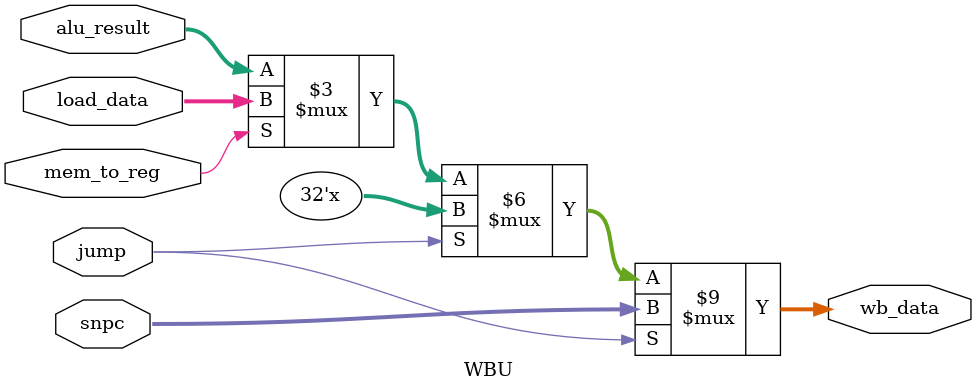
<source format=v>
module WBU(
    // 写回数据选择
    input wire [31:0] alu_result,
    input wire [31:0] load_data,
    input wire [31:0] snpc,     // 静态PC，替代pc_plus4
    
    input wire mem_to_reg,
    input wire jump,
    
    // 输出写回数据
    output reg [31:0] wb_data
);

    always @(*) begin
        if (jump) begin
            wb_data = snpc;     // JAL/JALR指令存储返回地址
        end else if (mem_to_reg) begin
            wb_data = load_data; // 加载指令
        end else begin
            wb_data = alu_result; // ALU操作
        end
    end

endmodule

</source>
